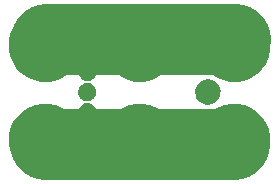
<source format=gbs>
%TF.GenerationSoftware,KiCad,Pcbnew,4.0.5-e0-6337~49~ubuntu16.04.1*%
%TF.CreationDate,2017-05-27T14:26:12-07:00*%
%TF.ProjectId,2x3-Vibe-Motor-TH,3278332D566962652D4D6F746F722D54,v1.1*%
%TF.FileFunction,Soldermask,Bot*%
%FSLAX46Y46*%
G04 Gerber Fmt 4.6, Leading zero omitted, Abs format (unit mm)*
G04 Created by KiCad (PCBNEW 4.0.5-e0-6337~49~ubuntu16.04.1) date Sat May 27 14:26:12 2017*
%MOMM*%
%LPD*%
G01*
G04 APERTURE LIST*
%ADD10C,0.350000*%
%ADD11C,6.000000*%
G04 APERTURE END LIST*
D10*
D11*
X25958800Y-37339000D02*
X9958800Y-37339000D01*
X9908000Y-46202600D02*
X25908000Y-46202600D01*
D10*
G36*
X18231110Y-42772847D02*
X18822055Y-42894151D01*
X19378198Y-43127932D01*
X19878334Y-43465278D01*
X20303421Y-43893343D01*
X20637266Y-44395821D01*
X20867156Y-44953576D01*
X20984264Y-45545014D01*
X20984264Y-45545024D01*
X20984331Y-45545363D01*
X20974710Y-46234416D01*
X20974633Y-46234754D01*
X20974633Y-46234762D01*
X20841057Y-46822701D01*
X20595685Y-47373816D01*
X20247937Y-47866778D01*
X19811062Y-48282809D01*
X19301700Y-48606061D01*
X18739254Y-48824219D01*
X18145147Y-48928976D01*
X17542003Y-48916342D01*
X16952800Y-48786797D01*
X16399982Y-48545277D01*
X15904607Y-48200982D01*
X15485537Y-47767023D01*
X15158738Y-47259930D01*
X14936656Y-46699014D01*
X14827755Y-46105658D01*
X14836177Y-45502441D01*
X14961606Y-44912347D01*
X15199259Y-44357858D01*
X15540091Y-43860088D01*
X15971112Y-43438000D01*
X16475913Y-43107668D01*
X17035259Y-42881677D01*
X17627845Y-42768636D01*
X18231110Y-42772847D01*
X18231110Y-42772847D01*
G37*
G36*
X26231110Y-42772847D02*
X26822055Y-42894151D01*
X27378198Y-43127932D01*
X27878334Y-43465278D01*
X28303421Y-43893343D01*
X28637266Y-44395821D01*
X28867156Y-44953576D01*
X28984264Y-45545014D01*
X28984264Y-45545024D01*
X28984331Y-45545363D01*
X28974710Y-46234416D01*
X28974633Y-46234754D01*
X28974633Y-46234762D01*
X28841057Y-46822701D01*
X28595685Y-47373816D01*
X28247937Y-47866778D01*
X27811062Y-48282809D01*
X27301700Y-48606061D01*
X26739254Y-48824219D01*
X26145147Y-48928976D01*
X25542003Y-48916342D01*
X24952800Y-48786797D01*
X24399982Y-48545277D01*
X23904607Y-48200982D01*
X23485537Y-47767023D01*
X23158738Y-47259930D01*
X22936656Y-46699014D01*
X22827755Y-46105658D01*
X22836177Y-45502441D01*
X22961606Y-44912347D01*
X23199259Y-44357858D01*
X23540091Y-43860088D01*
X23971112Y-43438000D01*
X24475913Y-43107668D01*
X25035259Y-42881677D01*
X25627845Y-42768636D01*
X26231110Y-42772847D01*
X26231110Y-42772847D01*
G37*
G36*
X10231110Y-42772847D02*
X10822055Y-42894151D01*
X11378198Y-43127932D01*
X11878334Y-43465278D01*
X12303421Y-43893343D01*
X12637266Y-44395821D01*
X12867156Y-44953576D01*
X12984264Y-45545014D01*
X12984264Y-45545024D01*
X12984331Y-45545363D01*
X12974710Y-46234416D01*
X12974633Y-46234754D01*
X12974633Y-46234762D01*
X12841057Y-46822701D01*
X12595685Y-47373816D01*
X12247937Y-47866778D01*
X11811062Y-48282809D01*
X11301700Y-48606061D01*
X10739254Y-48824219D01*
X10145147Y-48928976D01*
X9542003Y-48916342D01*
X8952800Y-48786797D01*
X8399982Y-48545277D01*
X7904607Y-48200982D01*
X7485537Y-47767023D01*
X7158738Y-47259930D01*
X6936656Y-46699014D01*
X6827755Y-46105658D01*
X6836177Y-45502441D01*
X6961606Y-44912347D01*
X7199259Y-44357858D01*
X7540091Y-43860088D01*
X7971112Y-43438000D01*
X8475913Y-43107668D01*
X9035259Y-42881677D01*
X9627845Y-42768636D01*
X10231110Y-42772847D01*
X10231110Y-42772847D01*
G37*
G36*
X13559280Y-42696281D02*
X13698779Y-42724917D01*
X13830073Y-42780108D01*
X13948140Y-42859745D01*
X14048491Y-42960798D01*
X14127300Y-43079417D01*
X14181571Y-43211087D01*
X14209164Y-43350443D01*
X14209164Y-43350453D01*
X14209231Y-43350792D01*
X14206960Y-43513457D01*
X14206883Y-43513795D01*
X14206883Y-43513804D01*
X14175409Y-43652337D01*
X14117486Y-43782436D01*
X14035391Y-43898811D01*
X13932258Y-43997024D01*
X13812013Y-44073334D01*
X13679233Y-44124836D01*
X13538985Y-44149566D01*
X13396599Y-44146583D01*
X13257504Y-44116001D01*
X13126999Y-44058985D01*
X13010058Y-43977709D01*
X12911127Y-43875263D01*
X12833979Y-43755552D01*
X12781550Y-43623133D01*
X12755843Y-43483063D01*
X12757831Y-43340661D01*
X12787442Y-43201355D01*
X12843544Y-43070457D01*
X12924005Y-42952947D01*
X13025756Y-42853305D01*
X13144926Y-42775323D01*
X13276972Y-42721972D01*
X13416862Y-42695287D01*
X13559280Y-42696281D01*
X13559280Y-42696281D01*
G37*
G36*
X23796042Y-40696515D02*
X24002777Y-40738952D01*
X24197347Y-40820741D01*
X24372318Y-40938761D01*
X24521033Y-41088518D01*
X24637827Y-41264308D01*
X24718253Y-41459436D01*
X24759178Y-41666124D01*
X24759178Y-41666129D01*
X24759246Y-41666473D01*
X24755880Y-41907536D01*
X24755803Y-41907874D01*
X24755803Y-41907883D01*
X24709122Y-42113349D01*
X24623281Y-42306152D01*
X24501621Y-42478615D01*
X24348782Y-42624162D01*
X24170584Y-42737250D01*
X23973810Y-42813573D01*
X23765967Y-42850222D01*
X23554957Y-42845802D01*
X23348825Y-42800481D01*
X23155422Y-42715985D01*
X22982119Y-42595536D01*
X22835508Y-42443717D01*
X22721178Y-42266310D01*
X22643481Y-42070072D01*
X22605384Y-41862492D01*
X22608330Y-41651458D01*
X22652211Y-41445013D01*
X22735353Y-41251028D01*
X22854593Y-41076883D01*
X23005384Y-40929217D01*
X23181988Y-40813651D01*
X23377675Y-40734588D01*
X23584987Y-40695042D01*
X23796042Y-40696515D01*
X23796042Y-40696515D01*
G37*
G36*
X13564531Y-40996315D02*
X13713636Y-41026923D01*
X13853969Y-41085913D01*
X13980162Y-41171032D01*
X14087424Y-41279044D01*
X14171662Y-41405834D01*
X14229667Y-41546565D01*
X14257090Y-41685060D01*
X14259234Y-41695890D01*
X14256806Y-41869754D01*
X14256728Y-41870097D01*
X14256728Y-41870101D01*
X14223082Y-42018196D01*
X14161170Y-42157252D01*
X14073424Y-42281640D01*
X13963189Y-42386615D01*
X13834664Y-42468180D01*
X13692746Y-42523226D01*
X13542840Y-42549659D01*
X13390649Y-42546470D01*
X13241980Y-42513784D01*
X13102488Y-42452841D01*
X12977496Y-42365969D01*
X12871754Y-42256470D01*
X12789294Y-42128517D01*
X12733256Y-41986982D01*
X12705778Y-41837266D01*
X12707903Y-41685060D01*
X12739553Y-41536163D01*
X12799517Y-41396253D01*
X12885518Y-41270653D01*
X12994275Y-41164150D01*
X13121650Y-41080799D01*
X13262787Y-41023775D01*
X13412308Y-40995253D01*
X13564531Y-40996315D01*
X13564531Y-40996315D01*
G37*
G36*
X10231110Y-34772847D02*
X10822055Y-34894151D01*
X11378198Y-35127932D01*
X11878334Y-35465278D01*
X12303421Y-35893343D01*
X12637266Y-36395821D01*
X12867156Y-36953576D01*
X12984264Y-37545014D01*
X12984264Y-37545024D01*
X12984331Y-37545363D01*
X12974710Y-38234416D01*
X12974633Y-38234754D01*
X12974633Y-38234762D01*
X12841057Y-38822701D01*
X12595685Y-39373816D01*
X12247937Y-39866778D01*
X11811062Y-40282809D01*
X11301700Y-40606061D01*
X10739254Y-40824219D01*
X10145147Y-40928976D01*
X9542003Y-40916342D01*
X8952800Y-40786797D01*
X8399982Y-40545277D01*
X7904607Y-40200982D01*
X7485537Y-39767023D01*
X7158738Y-39259930D01*
X6936656Y-38699014D01*
X6827755Y-38105658D01*
X6836177Y-37502441D01*
X6961606Y-36912347D01*
X7199259Y-36357858D01*
X7540091Y-35860088D01*
X7971112Y-35438000D01*
X8475913Y-35107668D01*
X9035259Y-34881677D01*
X9627845Y-34768636D01*
X10231110Y-34772847D01*
X10231110Y-34772847D01*
G37*
G36*
X18231110Y-34772847D02*
X18822055Y-34894151D01*
X19378198Y-35127932D01*
X19878334Y-35465278D01*
X20303421Y-35893343D01*
X20637266Y-36395821D01*
X20867156Y-36953576D01*
X20984264Y-37545014D01*
X20984264Y-37545024D01*
X20984331Y-37545363D01*
X20974710Y-38234416D01*
X20974633Y-38234754D01*
X20974633Y-38234762D01*
X20841057Y-38822701D01*
X20595685Y-39373816D01*
X20247937Y-39866778D01*
X19811062Y-40282809D01*
X19301700Y-40606061D01*
X18739254Y-40824219D01*
X18145147Y-40928976D01*
X17542003Y-40916342D01*
X16952800Y-40786797D01*
X16399982Y-40545277D01*
X15904607Y-40200982D01*
X15485537Y-39767023D01*
X15158738Y-39259930D01*
X14936656Y-38699014D01*
X14827755Y-38105658D01*
X14836177Y-37502441D01*
X14961606Y-36912347D01*
X15199259Y-36357858D01*
X15540091Y-35860088D01*
X15971112Y-35438000D01*
X16475913Y-35107668D01*
X17035259Y-34881677D01*
X17627845Y-34768636D01*
X18231110Y-34772847D01*
X18231110Y-34772847D01*
G37*
G36*
X26231110Y-34772847D02*
X26822055Y-34894151D01*
X27378198Y-35127932D01*
X27878334Y-35465278D01*
X28303421Y-35893343D01*
X28637266Y-36395821D01*
X28867156Y-36953576D01*
X28984264Y-37545014D01*
X28984264Y-37545024D01*
X28984331Y-37545363D01*
X28974710Y-38234416D01*
X28974633Y-38234754D01*
X28974633Y-38234762D01*
X28841057Y-38822701D01*
X28595685Y-39373816D01*
X28247937Y-39866778D01*
X27811062Y-40282809D01*
X27301700Y-40606061D01*
X26739254Y-40824219D01*
X26145147Y-40928976D01*
X25542003Y-40916342D01*
X24952800Y-40786797D01*
X24399982Y-40545277D01*
X23904607Y-40200982D01*
X23485537Y-39767023D01*
X23158738Y-39259930D01*
X22936656Y-38699014D01*
X22827755Y-38105658D01*
X22836177Y-37502441D01*
X22961606Y-36912347D01*
X23199259Y-36357858D01*
X23540091Y-35860088D01*
X23971112Y-35438000D01*
X24475913Y-35107668D01*
X25035259Y-34881677D01*
X25627845Y-34768636D01*
X26231110Y-34772847D01*
X26231110Y-34772847D01*
G37*
G36*
X13559280Y-39396281D02*
X13698779Y-39424917D01*
X13830073Y-39480108D01*
X13948140Y-39559745D01*
X14048491Y-39660798D01*
X14127300Y-39779417D01*
X14181571Y-39911087D01*
X14209164Y-40050443D01*
X14209164Y-40050453D01*
X14209231Y-40050792D01*
X14206960Y-40213457D01*
X14206883Y-40213795D01*
X14206883Y-40213804D01*
X14175409Y-40352337D01*
X14117486Y-40482436D01*
X14035391Y-40598811D01*
X13932258Y-40697024D01*
X13812013Y-40773334D01*
X13679233Y-40824836D01*
X13538985Y-40849566D01*
X13396599Y-40846583D01*
X13257504Y-40816001D01*
X13126999Y-40758985D01*
X13010058Y-40677709D01*
X12911127Y-40575263D01*
X12833979Y-40455552D01*
X12781550Y-40323133D01*
X12755843Y-40183063D01*
X12757831Y-40040661D01*
X12787442Y-39901355D01*
X12843544Y-39770457D01*
X12924005Y-39652947D01*
X13025756Y-39553305D01*
X13144926Y-39475323D01*
X13276972Y-39421972D01*
X13416862Y-39395287D01*
X13559280Y-39396281D01*
X13559280Y-39396281D01*
G37*
M02*

</source>
